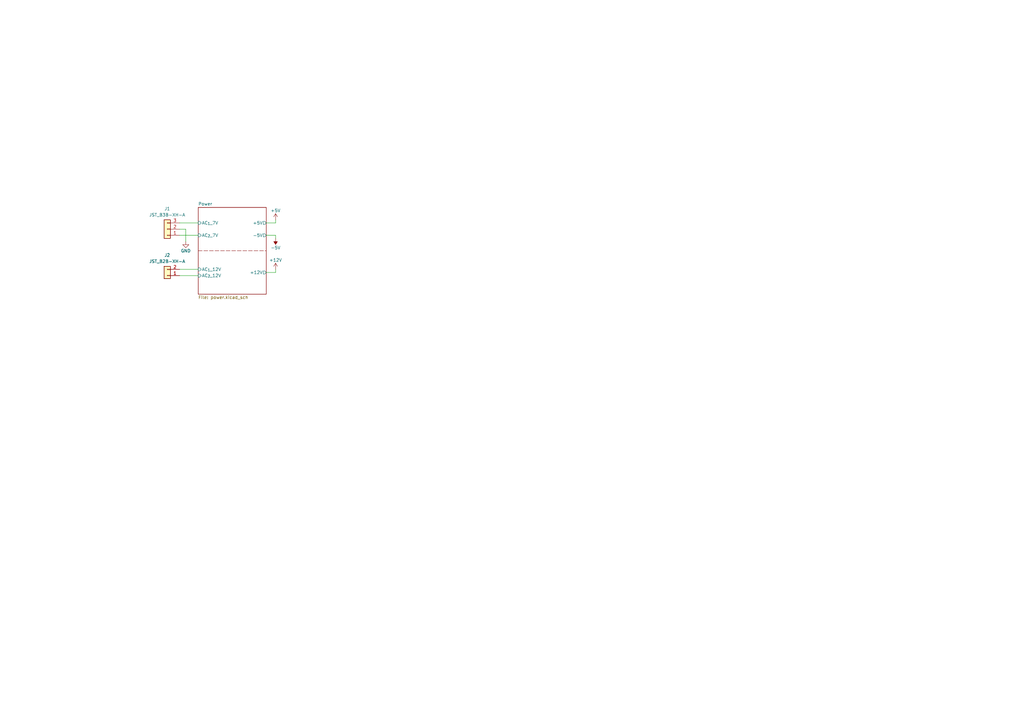
<source format=kicad_sch>
(kicad_sch (version 20250114) (generator "eeschema") (generator_version "9.0")
  (paper "A3")
  (title_block (title "DW3005 control board") (date "2025-06-29") (rev "1.0.0") (company "Dominik Workshop"))
  (lib_symbols
    (symbol "Connector_Generic:Conn_01x02" (pin_names (offset 1.016) (hide yes))
      (property "Reference" "J" (at 0 2.54 0))
      (property "Value" "Conn_01x02" (at 0 -5.08 0))
      (symbol "Conn_01x02_1_1"
        (rectangle (start -1.27 1.27) (end 1.27 -3.81) (stroke (width 0.254)) (fill (type background)))
        (rectangle (start -1.27 0.127) (end 0 -0.127) (stroke (width 0.1524)))
        (rectangle (start -1.27 -2.413) (end 0 -2.667) (stroke (width 0.1524)))
        (pin passive line (at -5.08 0 0) (length 3.81) (name "Pin_1") (number "1"))
        (pin passive line (at -5.08 -2.54 0) (length 3.81) (name "Pin_2") (number "2"))
      )
    )
    (symbol "Connector_Generic:Conn_01x03" (pin_names (offset 1.016) (hide yes))
      (property "Reference" "J" (at 0 5.08 0))
      (property "Value" "Conn_01x03" (at 0 -5.08 0))
      (symbol "Conn_01x03_1_1"
        (rectangle (start -1.27 3.81) (end 1.27 -3.81) (stroke (width 0.254)) (fill (type background)))
        (rectangle (start -1.27 2.667) (end 0 2.413) (stroke (width 0.1524)))
        (rectangle (start -1.27 0.127) (end 0 -0.127) (stroke (width 0.1524)))
        (rectangle (start -1.27 -2.413) (end 0 -2.667) (stroke (width 0.1524)))
        (pin passive line (at -5.08 2.54 0) (length 3.81) (name "Pin_1") (number "1"))
        (pin passive line (at -5.08 0 0) (length 3.81) (name "Pin_2") (number "2"))
        (pin passive line (at -5.08 -2.54 0) (length 3.81) (name "Pin_3") (number "3"))
      )
    )
    (symbol "power:+12V" (power) (pin_names (offset 0))
      (property "Value" "+12V" (at 0 3.556 0))
      (symbol "+12V_0_1"
        (polyline (pts (xy -0.762 1.27) (xy 0 2.54)))
        (polyline (pts (xy 0 2.54) (xy 0.762 1.27)))
        (polyline (pts (xy 0 0) (xy 0 2.54)))
      )
      (symbol "+12V_1_1"
        (pin power_in line (at 0 0 90) (length 0) (hide yes) (name "+12V") (number "1"))
      )
    )
    (symbol "power:+5V" (power) (pin_names (offset 0))
      (property "Value" "+5V" (at 0 3.556 0))
      (symbol "+5V_0_1"
        (polyline (pts (xy -0.762 1.27) (xy 0 2.54)))
        (polyline (pts (xy 0 2.54) (xy 0.762 1.27)))
        (polyline (pts (xy 0 0) (xy 0 2.54)))
      )
      (symbol "+5V_1_1"
        (pin power_in line (at 0 0 90) (length 0) (hide yes) (name "+5V") (number "1"))
      )
    )
    (symbol "power:-5V" (power) (pin_names (offset 0))
      (property "Value" "-5V" (at 0 3.81 0))
      (symbol "-5V_0_0"
        (pin power_in line (at 0 0 90) (length 0) (hide yes) (name "-5V") (number "1"))
      )
      (symbol "-5V_0_1"
        (polyline (pts (xy 0 0) (xy 0 1.27) (xy 0.762 1.27) (xy 0 2.54) (xy -0.762 1.27) (xy 0 1.27)) (fill (type outline)))
      )
    )
    (symbol "power:GND" (power) (pin_names (offset 0))
      (property "Value" "GND" (at 0 -3.81 0))
      (symbol "GND_0_1"
        (polyline (pts (xy 0 0) (xy 0 -1.27) (xy 1.27 -1.27) (xy 0 -2.54) (xy -1.27 -1.27) (xy 0 -1.27)))
      )
      (symbol "GND_1_1"
        (pin power_in line (at 0 0 270) (length 0) (hide yes) (name "GND") (number "1"))
      )
    )
  )
  (wire (pts (xy 73.66 96.52) (xy 81.28 96.52)))
  (polyline (pts (xy 81.28 102.87) (xy 109.22 102.87)) (stroke (width 0) (type dash) (color 132 0 0 1)))
  (wire (pts (xy 73.66 113.03) (xy 81.28 113.03)))
  (wire (pts (xy 113.03 90.17) (xy 113.03 91.44)))
  (wire (pts (xy 113.03 96.52) (xy 113.03 97.79)))
  (wire (pts (xy 113.03 110.49) (xy 113.03 111.76)))
  (wire (pts (xy 76.2 93.98) (xy 76.2 99.06)))
  (wire (pts (xy 109.22 91.44) (xy 113.03 91.44)))
  (wire (pts (xy 109.22 96.52) (xy 113.03 96.52)))
  (wire (pts (xy 113.03 111.76) (xy 109.22 111.76)))
  (wire (pts (xy 73.66 91.44) (xy 81.28 91.44)))
  (wire (pts (xy 73.66 110.49) (xy 81.28 110.49)))
  (wire (pts (xy 73.66 93.98) (xy 76.2 93.98)))
  (symbol (lib_id "power:-5V") (at 113.03 97.79 180) (unit 1)
    (property "Reference" "#PWR02" (effects (hide yes)))
    (property "Value" "-5V" (at 113.03 101.6 0))
  )
  (symbol (lib_id "power:GND") (at 76.2 99.06 0) (unit 1)
    (property "Reference" "#PWR03" (effects (hide yes)))
    (property "Value" "GND" (at 76.2 102.87 0))
  )
  (symbol (lib_id "power:+12V") (at 113.03 110.49 0) (unit 1)
    (property "Reference" "#PWR04" (effects (hide yes)))
    (property "Value" "+12V" (at 113.03 106.68 0))
  )
  (symbol (lib_id "Connector_Generic:Conn_01x02") (at 68.58 113.03 180) (unit 1)
    (property "Reference" "J2" (at 68.58 104.648 0))
    (property "Value" "JST_B2B-XH-A" (at 68.58 107.188 0))
    (property "Footprint" "Connector_JST:JST_XH_B2B-XH-A_1x02_P2.50mm_Vertical" (effects (hide yes)))
    (property "Datasheet" "https://www.mouser.com/datasheet/2/564/eXH-3476786.pdf" (effects (hide yes)))
    (property "MPN" "B2B-XH-A(LF)(SN)" (effects (hide yes)))
  )
  (symbol (lib_id "power:+5V") (at 113.03 90.17 0) (unit 1)
    (property "Reference" "#PWR01" (effects (hide yes)))
    (property "Value" "+5V" (at 113.03 86.36 0))
  )
  (symbol (lib_id "Connector_Generic:Conn_01x03") (at 68.58 93.98 180) (unit 1)
    (property "Reference" "J1" (at 68.58 85.598 0))
    (property "Value" "JST_B3B-XH-A" (at 68.58 88.138 0))
    (property "Footprint" "Connector_JST:JST_XH_B3B-XH-A_1x03_P2.50mm_Vertical" (effects (hide yes)))
    (property "Datasheet" "https://www.mouser.com/datasheet/2/564/eXH-3476786.pdf" (effects (hide yes)))
    (property "MPN" "B3B-XH-A(LF)(SN)" (effects (hide yes)))
  )
  (sheet (at 81.28 85.09) (size 27.94 35.56) (stroke (width 0.1524))
    (property "Sheetname" "Power" (at 81.28 84.3784 0) (effects (justify left bottom)))
    (property "Sheetfile" "power.kicad_sch" (at 81.28 121.2346 0) (effects (justify left top)))
    (pin "+5V" output (at 109.22 91.44 0))
    (pin "+12V" output (at 109.22 111.76 0))
    (pin "-5V" output (at 109.22 96.52 0))
    (pin "AC_{1}_7V" input (at 81.28 91.44 180))
    (pin "AC_{1}_12V" input (at 81.28 110.49 180))
    (pin "AC_{2}_7V" input (at 81.28 96.52 180))
    (pin "AC_{2}_12V" input (at 81.28 113.03 180))
  )
)
</source>
